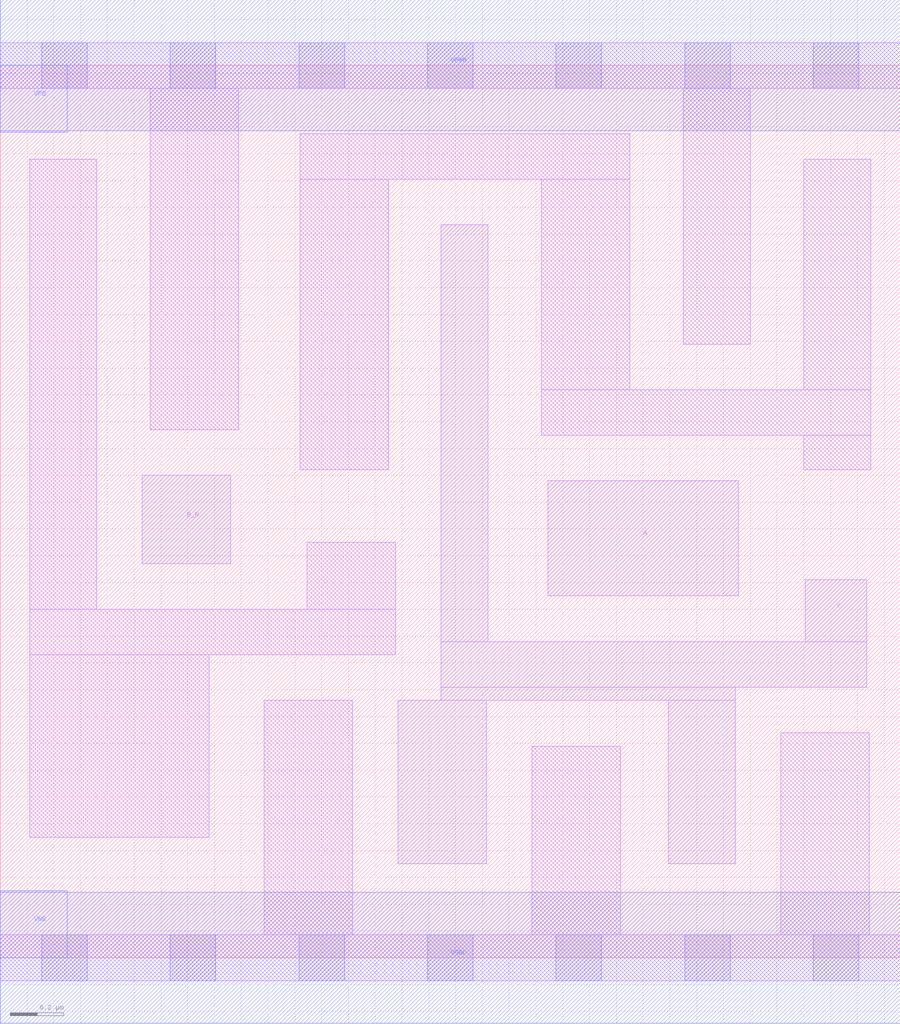
<source format=lef>
# Copyright 2020 The SkyWater PDK Authors
#
# Licensed under the Apache License, Version 2.0 (the "License");
# you may not use this file except in compliance with the License.
# You may obtain a copy of the License at
#
#     https://www.apache.org/licenses/LICENSE-2.0
#
# Unless required by applicable law or agreed to in writing, software
# distributed under the License is distributed on an "AS IS" BASIS,
# WITHOUT WARRANTIES OR CONDITIONS OF ANY KIND, either express or implied.
# See the License for the specific language governing permissions and
# limitations under the License.
#
# SPDX-License-Identifier: Apache-2.0

VERSION 5.5 ;
NAMESCASESENSITIVE ON ;
BUSBITCHARS "[]" ;
DIVIDERCHAR "/" ;
MACRO sky130_fd_sc_hs__nor2b_2
  CLASS CORE ;
  SOURCE USER ;
  ORIGIN  0.000000  0.000000 ;
  SIZE  3.360000 BY  3.330000 ;
  SYMMETRY X Y ;
  SITE unit ;
  PIN A
    ANTENNAGATEAREA  0.558000 ;
    DIRECTION INPUT ;
    USE SIGNAL ;
    PORT
      LAYER li1 ;
        RECT 2.045000 1.350000 2.755000 1.780000 ;
    END
  END A
  PIN B_N
    ANTENNAGATEAREA  0.246000 ;
    DIRECTION INPUT ;
    USE SIGNAL ;
    PORT
      LAYER li1 ;
        RECT 0.530000 1.470000 0.860000 1.800000 ;
    END
  END B_N
  PIN Y
    ANTENNADIFFAREA  0.824400 ;
    DIRECTION OUTPUT ;
    USE SIGNAL ;
    PORT
      LAYER li1 ;
        RECT 1.485000 0.350000 1.815000 0.960000 ;
        RECT 1.645000 0.960000 2.745000 1.010000 ;
        RECT 1.645000 1.010000 3.235000 1.180000 ;
        RECT 1.645000 1.180000 1.820000 2.735000 ;
        RECT 2.495000 0.350000 2.745000 0.960000 ;
        RECT 3.005000 1.180000 3.235000 1.410000 ;
    END
  END Y
  PIN VGND
    DIRECTION INOUT ;
    USE GROUND ;
    PORT
      LAYER met1 ;
        RECT 0.000000 -0.245000 3.360000 0.245000 ;
    END
  END VGND
  PIN VNB
    DIRECTION INOUT ;
    USE GROUND ;
    PORT
      LAYER met1 ;
        RECT 0.000000 0.000000 0.250000 0.250000 ;
    END
  END VNB
  PIN VPB
    DIRECTION INOUT ;
    USE POWER ;
    PORT
      LAYER met1 ;
        RECT 0.000000 3.080000 0.250000 3.330000 ;
    END
  END VPB
  PIN VPWR
    DIRECTION INOUT ;
    USE POWER ;
    PORT
      LAYER met1 ;
        RECT 0.000000 3.085000 3.360000 3.575000 ;
    END
  END VPWR
  OBS
    LAYER li1 ;
      RECT 0.000000 -0.085000 3.360000 0.085000 ;
      RECT 0.000000  3.245000 3.360000 3.415000 ;
      RECT 0.110000  0.450000 0.780000 1.130000 ;
      RECT 0.110000  1.130000 1.475000 1.300000 ;
      RECT 0.110000  1.300000 0.360000 2.980000 ;
      RECT 0.560000  1.970000 0.890000 3.245000 ;
      RECT 0.985000  0.085000 1.315000 0.960000 ;
      RECT 1.120000  1.820000 1.450000 2.905000 ;
      RECT 1.120000  2.905000 2.350000 3.075000 ;
      RECT 1.145000  1.300000 1.475000 1.550000 ;
      RECT 1.985000  0.085000 2.315000 0.790000 ;
      RECT 2.020000  1.950000 3.250000 2.120000 ;
      RECT 2.020000  2.120000 2.350000 2.905000 ;
      RECT 2.550000  2.290000 2.800000 3.245000 ;
      RECT 2.915000  0.085000 3.245000 0.840000 ;
      RECT 3.000000  1.820000 3.250000 1.950000 ;
      RECT 3.000000  2.120000 3.250000 2.980000 ;
    LAYER mcon ;
      RECT 0.155000 -0.085000 0.325000 0.085000 ;
      RECT 0.155000  3.245000 0.325000 3.415000 ;
      RECT 0.635000 -0.085000 0.805000 0.085000 ;
      RECT 0.635000  3.245000 0.805000 3.415000 ;
      RECT 1.115000 -0.085000 1.285000 0.085000 ;
      RECT 1.115000  3.245000 1.285000 3.415000 ;
      RECT 1.595000 -0.085000 1.765000 0.085000 ;
      RECT 1.595000  3.245000 1.765000 3.415000 ;
      RECT 2.075000 -0.085000 2.245000 0.085000 ;
      RECT 2.075000  3.245000 2.245000 3.415000 ;
      RECT 2.555000 -0.085000 2.725000 0.085000 ;
      RECT 2.555000  3.245000 2.725000 3.415000 ;
      RECT 3.035000 -0.085000 3.205000 0.085000 ;
      RECT 3.035000  3.245000 3.205000 3.415000 ;
  END
END sky130_fd_sc_hs__nor2b_2

</source>
